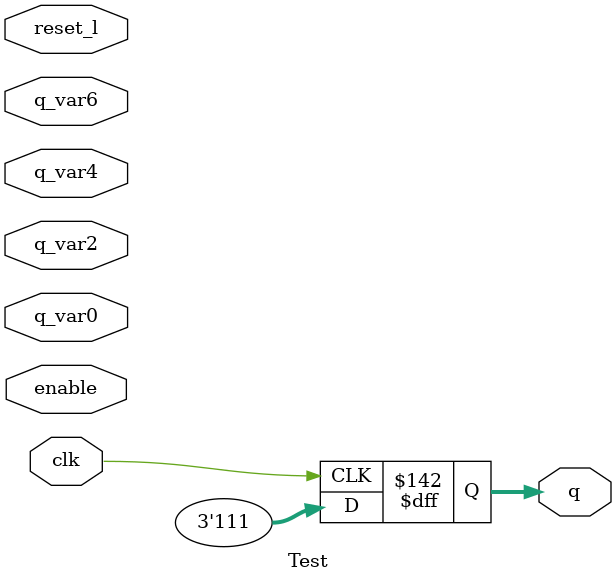
<source format=v>

module t (/*AUTOARG*/
   // Inputs
   clk
   );
   input clk;

   integer 	cyc=0;
   reg [63:0] 	crc;
   reg [63:0] 	sum;

   /*AUTOWIRE*/
   // Beginning of automatic wires (for undeclared instantiated-module outputs)
   wire [2:0]		q;			// From test of Test.v
   // End of automatics

   Test test (
	      // Outputs
	      .q			(q[2:0]),
	      // Inputs
	      .clk			(clk),
	      .reset_l			(crc[0]),
	      .enable			(crc[2]),
	      .q_var0			(crc[19:10]),
	      .q_var2			(crc[29:20]),
	      .q_var4			(crc[39:30]),
	      .q_var6			(crc[49:40])
	      /*AUTOINST*/);

   // Aggregate outputs into a single result vector
   wire [63:0] result = {61'h0,q};

   // Test loop
   always @ (posedge clk) begin
`ifdef TEST_VERBOSE
      $write("[%0t] cyc==%0d crc=%x result=%x\n",$time, cyc, crc, result);
`endif
      cyc <= cyc + 1;
      crc <= {crc[62:0], crc[63]^crc[2]^crc[0]};
      sum <= result ^ {sum[62:0],sum[63]^sum[2]^sum[0]};
      if (cyc==0) begin
	 // Setup
	 crc <= 64'h5aef0c8d_d70a4497;
      end
      else if (cyc<10) begin
	 sum <= 64'h0;
      end
      else if (cyc<90) begin
      end
      else if (cyc==99) begin
	 $write("[%0t] cyc==%0d crc=%x sum=%x\n",$time, cyc, crc, sum);
	 if (crc !== 64'hc77bb9b3784ea091) $stop;
`define EXPECTED_SUM 64'h58b162c58d6e35ba
	 if (sum !== `EXPECTED_SUM) $stop;
	 $write("*-* All Finished *-*\n");
	 $finish;
      end
   end
endmodule


module Test
  (
   input               clk,
   input               reset_l,
   input               enable,

   input       [ 9:0]  q_var0,
   input       [ 9:0]  q_var2,
   input       [ 9:0]  q_var4,
   input       [ 9:0]  q_var6,

   output reg  [2:0]   q
   );

   reg [7:0] 	       p1_r [6:0];

   always @(posedge clk) begin
      if (!reset_l) begin
         p1_r[0]       <= 'b0;
         p1_r[1]       <= 'b0;
         p1_r[2]       <= 'b0;
         p1_r[3]       <= 'b0;
         p1_r[4]       <= 'b0;
         p1_r[5]       <= 'b0;
         p1_r[6]       <= 'b0;
      end
      else if (enable) begin : pass1
         match(q_var0, q_var2, q_var4, q_var6);
      end
   end

   // verilator lint_off WIDTH
   always @(posedge clk) begin : l
      reg [10:0]  bd;
      reg [3:0]   idx;

      q = 0;
      bd = 0;
      for (idx=0; idx<7; idx=idx+1) begin
	 q       = idx+1;
	 bd    = bd + p1_r[idx];
      end
   end


   task match;
      input   [9:0]   p0, p1, p2, p3;
      reg [9:0]       p[3:0];
      begin
	 p[0]  = p0;
	 p[1]  = p1;
	 p[2]  = p2;
	 p[3]  = p3;
	 p1_r[0] = p[0];
	 p1_r[1] = p[1];
      end
   endtask
endmodule

</source>
